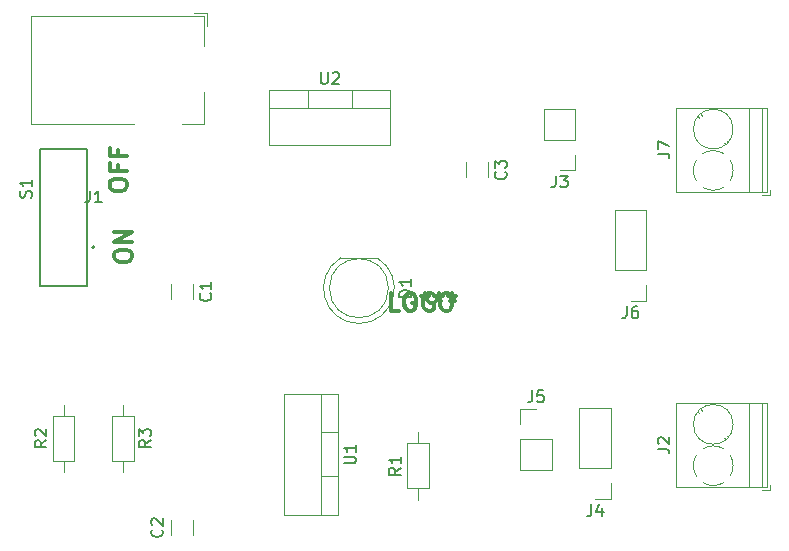
<source format=gto>
%TF.GenerationSoftware,KiCad,Pcbnew,8.0.5*%
%TF.CreationDate,2024-10-17T22:46:51+07:00*%
%TF.ProjectId,beginer,62656769-6e65-4722-9e6b-696361645f70,1.0.0*%
%TF.SameCoordinates,Original*%
%TF.FileFunction,Legend,Top*%
%TF.FilePolarity,Positive*%
%FSLAX46Y46*%
G04 Gerber Fmt 4.6, Leading zero omitted, Abs format (unit mm)*
G04 Created by KiCad (PCBNEW 8.0.5) date 2024-10-17 22:46:51*
%MOMM*%
%LPD*%
G01*
G04 APERTURE LIST*
%ADD10C,0.300000*%
%ADD11C,0.150000*%
%ADD12C,0.120000*%
%ADD13C,0.127000*%
%ADD14C,0.200000*%
G04 APERTURE END LIST*
D10*
X104300828Y-86159774D02*
X104300828Y-85874060D01*
X104300828Y-85874060D02*
X104372257Y-85731203D01*
X104372257Y-85731203D02*
X104515114Y-85588346D01*
X104515114Y-85588346D02*
X104800828Y-85516917D01*
X104800828Y-85516917D02*
X105300828Y-85516917D01*
X105300828Y-85516917D02*
X105586542Y-85588346D01*
X105586542Y-85588346D02*
X105729400Y-85731203D01*
X105729400Y-85731203D02*
X105800828Y-85874060D01*
X105800828Y-85874060D02*
X105800828Y-86159774D01*
X105800828Y-86159774D02*
X105729400Y-86302632D01*
X105729400Y-86302632D02*
X105586542Y-86445489D01*
X105586542Y-86445489D02*
X105300828Y-86516917D01*
X105300828Y-86516917D02*
X104800828Y-86516917D01*
X104800828Y-86516917D02*
X104515114Y-86445489D01*
X104515114Y-86445489D02*
X104372257Y-86302632D01*
X104372257Y-86302632D02*
X104300828Y-86159774D01*
X105800828Y-84874060D02*
X104300828Y-84874060D01*
X104300828Y-84874060D02*
X105800828Y-84016917D01*
X105800828Y-84016917D02*
X104300828Y-84016917D01*
X103885912Y-80159774D02*
X103885912Y-79874060D01*
X103885912Y-79874060D02*
X103957341Y-79731203D01*
X103957341Y-79731203D02*
X104100198Y-79588346D01*
X104100198Y-79588346D02*
X104385912Y-79516917D01*
X104385912Y-79516917D02*
X104885912Y-79516917D01*
X104885912Y-79516917D02*
X105171626Y-79588346D01*
X105171626Y-79588346D02*
X105314484Y-79731203D01*
X105314484Y-79731203D02*
X105385912Y-79874060D01*
X105385912Y-79874060D02*
X105385912Y-80159774D01*
X105385912Y-80159774D02*
X105314484Y-80302632D01*
X105314484Y-80302632D02*
X105171626Y-80445489D01*
X105171626Y-80445489D02*
X104885912Y-80516917D01*
X104885912Y-80516917D02*
X104385912Y-80516917D01*
X104385912Y-80516917D02*
X104100198Y-80445489D01*
X104100198Y-80445489D02*
X103957341Y-80302632D01*
X103957341Y-80302632D02*
X103885912Y-80159774D01*
X104600198Y-78374060D02*
X104600198Y-78874060D01*
X105385912Y-78874060D02*
X103885912Y-78874060D01*
X103885912Y-78874060D02*
X103885912Y-78159774D01*
X104600198Y-77088346D02*
X104600198Y-77588346D01*
X105385912Y-77588346D02*
X103885912Y-77588346D01*
X103885912Y-77588346D02*
X103885912Y-76874060D01*
D11*
X123724819Y-103601904D02*
X124534342Y-103601904D01*
X124534342Y-103601904D02*
X124629580Y-103554285D01*
X124629580Y-103554285D02*
X124677200Y-103506666D01*
X124677200Y-103506666D02*
X124724819Y-103411428D01*
X124724819Y-103411428D02*
X124724819Y-103220952D01*
X124724819Y-103220952D02*
X124677200Y-103125714D01*
X124677200Y-103125714D02*
X124629580Y-103078095D01*
X124629580Y-103078095D02*
X124534342Y-103030476D01*
X124534342Y-103030476D02*
X123724819Y-103030476D01*
X124724819Y-102030476D02*
X124724819Y-102601904D01*
X124724819Y-102316190D02*
X123724819Y-102316190D01*
X123724819Y-102316190D02*
X123867676Y-102411428D01*
X123867676Y-102411428D02*
X123962914Y-102506666D01*
X123962914Y-102506666D02*
X124010533Y-102601904D01*
X98534819Y-101656666D02*
X98058628Y-101989999D01*
X98534819Y-102228094D02*
X97534819Y-102228094D01*
X97534819Y-102228094D02*
X97534819Y-101847142D01*
X97534819Y-101847142D02*
X97582438Y-101751904D01*
X97582438Y-101751904D02*
X97630057Y-101704285D01*
X97630057Y-101704285D02*
X97725295Y-101656666D01*
X97725295Y-101656666D02*
X97868152Y-101656666D01*
X97868152Y-101656666D02*
X97963390Y-101704285D01*
X97963390Y-101704285D02*
X98011009Y-101751904D01*
X98011009Y-101751904D02*
X98058628Y-101847142D01*
X98058628Y-101847142D02*
X98058628Y-102228094D01*
X97630057Y-101275713D02*
X97582438Y-101228094D01*
X97582438Y-101228094D02*
X97534819Y-101132856D01*
X97534819Y-101132856D02*
X97534819Y-100894761D01*
X97534819Y-100894761D02*
X97582438Y-100799523D01*
X97582438Y-100799523D02*
X97630057Y-100751904D01*
X97630057Y-100751904D02*
X97725295Y-100704285D01*
X97725295Y-100704285D02*
X97820533Y-100704285D01*
X97820533Y-100704285D02*
X97963390Y-100751904D01*
X97963390Y-100751904D02*
X98534819Y-101323332D01*
X98534819Y-101323332D02*
X98534819Y-100704285D01*
X97232200Y-81101904D02*
X97279819Y-80959047D01*
X97279819Y-80959047D02*
X97279819Y-80720952D01*
X97279819Y-80720952D02*
X97232200Y-80625714D01*
X97232200Y-80625714D02*
X97184580Y-80578095D01*
X97184580Y-80578095D02*
X97089342Y-80530476D01*
X97089342Y-80530476D02*
X96994104Y-80530476D01*
X96994104Y-80530476D02*
X96898866Y-80578095D01*
X96898866Y-80578095D02*
X96851247Y-80625714D01*
X96851247Y-80625714D02*
X96803628Y-80720952D01*
X96803628Y-80720952D02*
X96756009Y-80911428D01*
X96756009Y-80911428D02*
X96708390Y-81006666D01*
X96708390Y-81006666D02*
X96660771Y-81054285D01*
X96660771Y-81054285D02*
X96565533Y-81101904D01*
X96565533Y-81101904D02*
X96470295Y-81101904D01*
X96470295Y-81101904D02*
X96375057Y-81054285D01*
X96375057Y-81054285D02*
X96327438Y-81006666D01*
X96327438Y-81006666D02*
X96279819Y-80911428D01*
X96279819Y-80911428D02*
X96279819Y-80673333D01*
X96279819Y-80673333D02*
X96327438Y-80530476D01*
X97279819Y-79578095D02*
X97279819Y-80149523D01*
X97279819Y-79863809D02*
X96279819Y-79863809D01*
X96279819Y-79863809D02*
X96422676Y-79959047D01*
X96422676Y-79959047D02*
X96517914Y-80054285D01*
X96517914Y-80054285D02*
X96565533Y-80149523D01*
X141666666Y-79244819D02*
X141666666Y-79959104D01*
X141666666Y-79959104D02*
X141619047Y-80101961D01*
X141619047Y-80101961D02*
X141523809Y-80197200D01*
X141523809Y-80197200D02*
X141380952Y-80244819D01*
X141380952Y-80244819D02*
X141285714Y-80244819D01*
X142047619Y-79244819D02*
X142666666Y-79244819D01*
X142666666Y-79244819D02*
X142333333Y-79625771D01*
X142333333Y-79625771D02*
X142476190Y-79625771D01*
X142476190Y-79625771D02*
X142571428Y-79673390D01*
X142571428Y-79673390D02*
X142619047Y-79721009D01*
X142619047Y-79721009D02*
X142666666Y-79816247D01*
X142666666Y-79816247D02*
X142666666Y-80054342D01*
X142666666Y-80054342D02*
X142619047Y-80149580D01*
X142619047Y-80149580D02*
X142571428Y-80197200D01*
X142571428Y-80197200D02*
X142476190Y-80244819D01*
X142476190Y-80244819D02*
X142190476Y-80244819D01*
X142190476Y-80244819D02*
X142095238Y-80197200D01*
X142095238Y-80197200D02*
X142047619Y-80149580D01*
X128534819Y-103976666D02*
X128058628Y-104309999D01*
X128534819Y-104548094D02*
X127534819Y-104548094D01*
X127534819Y-104548094D02*
X127534819Y-104167142D01*
X127534819Y-104167142D02*
X127582438Y-104071904D01*
X127582438Y-104071904D02*
X127630057Y-104024285D01*
X127630057Y-104024285D02*
X127725295Y-103976666D01*
X127725295Y-103976666D02*
X127868152Y-103976666D01*
X127868152Y-103976666D02*
X127963390Y-104024285D01*
X127963390Y-104024285D02*
X128011009Y-104071904D01*
X128011009Y-104071904D02*
X128058628Y-104167142D01*
X128058628Y-104167142D02*
X128058628Y-104548094D01*
X128534819Y-103024285D02*
X128534819Y-103595713D01*
X128534819Y-103309999D02*
X127534819Y-103309999D01*
X127534819Y-103309999D02*
X127677676Y-103405237D01*
X127677676Y-103405237D02*
X127772914Y-103500475D01*
X127772914Y-103500475D02*
X127820533Y-103595713D01*
X121778095Y-70484819D02*
X121778095Y-71294342D01*
X121778095Y-71294342D02*
X121825714Y-71389580D01*
X121825714Y-71389580D02*
X121873333Y-71437200D01*
X121873333Y-71437200D02*
X121968571Y-71484819D01*
X121968571Y-71484819D02*
X122159047Y-71484819D01*
X122159047Y-71484819D02*
X122254285Y-71437200D01*
X122254285Y-71437200D02*
X122301904Y-71389580D01*
X122301904Y-71389580D02*
X122349523Y-71294342D01*
X122349523Y-71294342D02*
X122349523Y-70484819D01*
X122778095Y-70580057D02*
X122825714Y-70532438D01*
X122825714Y-70532438D02*
X122920952Y-70484819D01*
X122920952Y-70484819D02*
X123159047Y-70484819D01*
X123159047Y-70484819D02*
X123254285Y-70532438D01*
X123254285Y-70532438D02*
X123301904Y-70580057D01*
X123301904Y-70580057D02*
X123349523Y-70675295D01*
X123349523Y-70675295D02*
X123349523Y-70770533D01*
X123349523Y-70770533D02*
X123301904Y-70913390D01*
X123301904Y-70913390D02*
X122730476Y-71484819D01*
X122730476Y-71484819D02*
X123349523Y-71484819D01*
X147666666Y-90309819D02*
X147666666Y-91024104D01*
X147666666Y-91024104D02*
X147619047Y-91166961D01*
X147619047Y-91166961D02*
X147523809Y-91262200D01*
X147523809Y-91262200D02*
X147380952Y-91309819D01*
X147380952Y-91309819D02*
X147285714Y-91309819D01*
X148571428Y-90309819D02*
X148380952Y-90309819D01*
X148380952Y-90309819D02*
X148285714Y-90357438D01*
X148285714Y-90357438D02*
X148238095Y-90405057D01*
X148238095Y-90405057D02*
X148142857Y-90547914D01*
X148142857Y-90547914D02*
X148095238Y-90738390D01*
X148095238Y-90738390D02*
X148095238Y-91119342D01*
X148095238Y-91119342D02*
X148142857Y-91214580D01*
X148142857Y-91214580D02*
X148190476Y-91262200D01*
X148190476Y-91262200D02*
X148285714Y-91309819D01*
X148285714Y-91309819D02*
X148476190Y-91309819D01*
X148476190Y-91309819D02*
X148571428Y-91262200D01*
X148571428Y-91262200D02*
X148619047Y-91214580D01*
X148619047Y-91214580D02*
X148666666Y-91119342D01*
X148666666Y-91119342D02*
X148666666Y-90881247D01*
X148666666Y-90881247D02*
X148619047Y-90786009D01*
X148619047Y-90786009D02*
X148571428Y-90738390D01*
X148571428Y-90738390D02*
X148476190Y-90690771D01*
X148476190Y-90690771D02*
X148285714Y-90690771D01*
X148285714Y-90690771D02*
X148190476Y-90738390D01*
X148190476Y-90738390D02*
X148142857Y-90786009D01*
X148142857Y-90786009D02*
X148095238Y-90881247D01*
X112409580Y-89216666D02*
X112457200Y-89264285D01*
X112457200Y-89264285D02*
X112504819Y-89407142D01*
X112504819Y-89407142D02*
X112504819Y-89502380D01*
X112504819Y-89502380D02*
X112457200Y-89645237D01*
X112457200Y-89645237D02*
X112361961Y-89740475D01*
X112361961Y-89740475D02*
X112266723Y-89788094D01*
X112266723Y-89788094D02*
X112076247Y-89835713D01*
X112076247Y-89835713D02*
X111933390Y-89835713D01*
X111933390Y-89835713D02*
X111742914Y-89788094D01*
X111742914Y-89788094D02*
X111647676Y-89740475D01*
X111647676Y-89740475D02*
X111552438Y-89645237D01*
X111552438Y-89645237D02*
X111504819Y-89502380D01*
X111504819Y-89502380D02*
X111504819Y-89407142D01*
X111504819Y-89407142D02*
X111552438Y-89264285D01*
X111552438Y-89264285D02*
X111600057Y-89216666D01*
X112504819Y-88264285D02*
X112504819Y-88835713D01*
X112504819Y-88549999D02*
X111504819Y-88549999D01*
X111504819Y-88549999D02*
X111647676Y-88645237D01*
X111647676Y-88645237D02*
X111742914Y-88740475D01*
X111742914Y-88740475D02*
X111790533Y-88835713D01*
X108309580Y-109216666D02*
X108357200Y-109264285D01*
X108357200Y-109264285D02*
X108404819Y-109407142D01*
X108404819Y-109407142D02*
X108404819Y-109502380D01*
X108404819Y-109502380D02*
X108357200Y-109645237D01*
X108357200Y-109645237D02*
X108261961Y-109740475D01*
X108261961Y-109740475D02*
X108166723Y-109788094D01*
X108166723Y-109788094D02*
X107976247Y-109835713D01*
X107976247Y-109835713D02*
X107833390Y-109835713D01*
X107833390Y-109835713D02*
X107642914Y-109788094D01*
X107642914Y-109788094D02*
X107547676Y-109740475D01*
X107547676Y-109740475D02*
X107452438Y-109645237D01*
X107452438Y-109645237D02*
X107404819Y-109502380D01*
X107404819Y-109502380D02*
X107404819Y-109407142D01*
X107404819Y-109407142D02*
X107452438Y-109264285D01*
X107452438Y-109264285D02*
X107500057Y-109216666D01*
X107500057Y-108835713D02*
X107452438Y-108788094D01*
X107452438Y-108788094D02*
X107404819Y-108692856D01*
X107404819Y-108692856D02*
X107404819Y-108454761D01*
X107404819Y-108454761D02*
X107452438Y-108359523D01*
X107452438Y-108359523D02*
X107500057Y-108311904D01*
X107500057Y-108311904D02*
X107595295Y-108264285D01*
X107595295Y-108264285D02*
X107690533Y-108264285D01*
X107690533Y-108264285D02*
X107833390Y-108311904D01*
X107833390Y-108311904D02*
X108404819Y-108883332D01*
X108404819Y-108883332D02*
X108404819Y-108264285D01*
X139666666Y-97424819D02*
X139666666Y-98139104D01*
X139666666Y-98139104D02*
X139619047Y-98281961D01*
X139619047Y-98281961D02*
X139523809Y-98377200D01*
X139523809Y-98377200D02*
X139380952Y-98424819D01*
X139380952Y-98424819D02*
X139285714Y-98424819D01*
X140619047Y-97424819D02*
X140142857Y-97424819D01*
X140142857Y-97424819D02*
X140095238Y-97901009D01*
X140095238Y-97901009D02*
X140142857Y-97853390D01*
X140142857Y-97853390D02*
X140238095Y-97805771D01*
X140238095Y-97805771D02*
X140476190Y-97805771D01*
X140476190Y-97805771D02*
X140571428Y-97853390D01*
X140571428Y-97853390D02*
X140619047Y-97901009D01*
X140619047Y-97901009D02*
X140666666Y-97996247D01*
X140666666Y-97996247D02*
X140666666Y-98234342D01*
X140666666Y-98234342D02*
X140619047Y-98329580D01*
X140619047Y-98329580D02*
X140571428Y-98377200D01*
X140571428Y-98377200D02*
X140476190Y-98424819D01*
X140476190Y-98424819D02*
X140238095Y-98424819D01*
X140238095Y-98424819D02*
X140142857Y-98377200D01*
X140142857Y-98377200D02*
X140095238Y-98329580D01*
X137409580Y-78916666D02*
X137457200Y-78964285D01*
X137457200Y-78964285D02*
X137504819Y-79107142D01*
X137504819Y-79107142D02*
X137504819Y-79202380D01*
X137504819Y-79202380D02*
X137457200Y-79345237D01*
X137457200Y-79345237D02*
X137361961Y-79440475D01*
X137361961Y-79440475D02*
X137266723Y-79488094D01*
X137266723Y-79488094D02*
X137076247Y-79535713D01*
X137076247Y-79535713D02*
X136933390Y-79535713D01*
X136933390Y-79535713D02*
X136742914Y-79488094D01*
X136742914Y-79488094D02*
X136647676Y-79440475D01*
X136647676Y-79440475D02*
X136552438Y-79345237D01*
X136552438Y-79345237D02*
X136504819Y-79202380D01*
X136504819Y-79202380D02*
X136504819Y-79107142D01*
X136504819Y-79107142D02*
X136552438Y-78964285D01*
X136552438Y-78964285D02*
X136600057Y-78916666D01*
X136504819Y-78583332D02*
X136504819Y-77964285D01*
X136504819Y-77964285D02*
X136885771Y-78297618D01*
X136885771Y-78297618D02*
X136885771Y-78154761D01*
X136885771Y-78154761D02*
X136933390Y-78059523D01*
X136933390Y-78059523D02*
X136981009Y-78011904D01*
X136981009Y-78011904D02*
X137076247Y-77964285D01*
X137076247Y-77964285D02*
X137314342Y-77964285D01*
X137314342Y-77964285D02*
X137409580Y-78011904D01*
X137409580Y-78011904D02*
X137457200Y-78059523D01*
X137457200Y-78059523D02*
X137504819Y-78154761D01*
X137504819Y-78154761D02*
X137504819Y-78440475D01*
X137504819Y-78440475D02*
X137457200Y-78535713D01*
X137457200Y-78535713D02*
X137409580Y-78583332D01*
X107374819Y-101656666D02*
X106898628Y-101989999D01*
X107374819Y-102228094D02*
X106374819Y-102228094D01*
X106374819Y-102228094D02*
X106374819Y-101847142D01*
X106374819Y-101847142D02*
X106422438Y-101751904D01*
X106422438Y-101751904D02*
X106470057Y-101704285D01*
X106470057Y-101704285D02*
X106565295Y-101656666D01*
X106565295Y-101656666D02*
X106708152Y-101656666D01*
X106708152Y-101656666D02*
X106803390Y-101704285D01*
X106803390Y-101704285D02*
X106851009Y-101751904D01*
X106851009Y-101751904D02*
X106898628Y-101847142D01*
X106898628Y-101847142D02*
X106898628Y-102228094D01*
X106374819Y-101323332D02*
X106374819Y-100704285D01*
X106374819Y-100704285D02*
X106755771Y-101037618D01*
X106755771Y-101037618D02*
X106755771Y-100894761D01*
X106755771Y-100894761D02*
X106803390Y-100799523D01*
X106803390Y-100799523D02*
X106851009Y-100751904D01*
X106851009Y-100751904D02*
X106946247Y-100704285D01*
X106946247Y-100704285D02*
X107184342Y-100704285D01*
X107184342Y-100704285D02*
X107279580Y-100751904D01*
X107279580Y-100751904D02*
X107327200Y-100799523D01*
X107327200Y-100799523D02*
X107374819Y-100894761D01*
X107374819Y-100894761D02*
X107374819Y-101180475D01*
X107374819Y-101180475D02*
X107327200Y-101275713D01*
X107327200Y-101275713D02*
X107279580Y-101323332D01*
X129414819Y-89508094D02*
X128414819Y-89508094D01*
X128414819Y-89508094D02*
X128414819Y-89269999D01*
X128414819Y-89269999D02*
X128462438Y-89127142D01*
X128462438Y-89127142D02*
X128557676Y-89031904D01*
X128557676Y-89031904D02*
X128652914Y-88984285D01*
X128652914Y-88984285D02*
X128843390Y-88936666D01*
X128843390Y-88936666D02*
X128986247Y-88936666D01*
X128986247Y-88936666D02*
X129176723Y-88984285D01*
X129176723Y-88984285D02*
X129271961Y-89031904D01*
X129271961Y-89031904D02*
X129367200Y-89127142D01*
X129367200Y-89127142D02*
X129414819Y-89269999D01*
X129414819Y-89269999D02*
X129414819Y-89508094D01*
X129414819Y-87984285D02*
X129414819Y-88555713D01*
X129414819Y-88269999D02*
X128414819Y-88269999D01*
X128414819Y-88269999D02*
X128557676Y-88365237D01*
X128557676Y-88365237D02*
X128652914Y-88460475D01*
X128652914Y-88460475D02*
X128700533Y-88555713D01*
X144666666Y-107084819D02*
X144666666Y-107799104D01*
X144666666Y-107799104D02*
X144619047Y-107941961D01*
X144619047Y-107941961D02*
X144523809Y-108037200D01*
X144523809Y-108037200D02*
X144380952Y-108084819D01*
X144380952Y-108084819D02*
X144285714Y-108084819D01*
X145571428Y-107418152D02*
X145571428Y-108084819D01*
X145333333Y-107037200D02*
X145095238Y-107751485D01*
X145095238Y-107751485D02*
X145714285Y-107751485D01*
X150294819Y-77383333D02*
X151009104Y-77383333D01*
X151009104Y-77383333D02*
X151151961Y-77430952D01*
X151151961Y-77430952D02*
X151247200Y-77526190D01*
X151247200Y-77526190D02*
X151294819Y-77669047D01*
X151294819Y-77669047D02*
X151294819Y-77764285D01*
X150294819Y-77002380D02*
X150294819Y-76335714D01*
X150294819Y-76335714D02*
X151294819Y-76764285D01*
X102216666Y-80504819D02*
X102216666Y-81219104D01*
X102216666Y-81219104D02*
X102169047Y-81361961D01*
X102169047Y-81361961D02*
X102073809Y-81457200D01*
X102073809Y-81457200D02*
X101930952Y-81504819D01*
X101930952Y-81504819D02*
X101835714Y-81504819D01*
X103216666Y-81504819D02*
X102645238Y-81504819D01*
X102930952Y-81504819D02*
X102930952Y-80504819D01*
X102930952Y-80504819D02*
X102835714Y-80647676D01*
X102835714Y-80647676D02*
X102740476Y-80742914D01*
X102740476Y-80742914D02*
X102645238Y-80790533D01*
X150294819Y-102383333D02*
X151009104Y-102383333D01*
X151009104Y-102383333D02*
X151151961Y-102430952D01*
X151151961Y-102430952D02*
X151247200Y-102526190D01*
X151247200Y-102526190D02*
X151294819Y-102669047D01*
X151294819Y-102669047D02*
X151294819Y-102764285D01*
X150390057Y-101954761D02*
X150342438Y-101907142D01*
X150342438Y-101907142D02*
X150294819Y-101811904D01*
X150294819Y-101811904D02*
X150294819Y-101573809D01*
X150294819Y-101573809D02*
X150342438Y-101478571D01*
X150342438Y-101478571D02*
X150390057Y-101430952D01*
X150390057Y-101430952D02*
X150485295Y-101383333D01*
X150485295Y-101383333D02*
X150580533Y-101383333D01*
X150580533Y-101383333D02*
X150723390Y-101430952D01*
X150723390Y-101430952D02*
X151294819Y-102002380D01*
X151294819Y-102002380D02*
X151294819Y-101383333D01*
D10*
X129678572Y-89249757D02*
X129535715Y-89178328D01*
X129535715Y-89178328D02*
X129321429Y-89178328D01*
X129321429Y-89178328D02*
X129107143Y-89249757D01*
X129107143Y-89249757D02*
X128964286Y-89392614D01*
X128964286Y-89392614D02*
X128892857Y-89535471D01*
X128892857Y-89535471D02*
X128821429Y-89821185D01*
X128821429Y-89821185D02*
X128821429Y-90035471D01*
X128821429Y-90035471D02*
X128892857Y-90321185D01*
X128892857Y-90321185D02*
X128964286Y-90464042D01*
X128964286Y-90464042D02*
X129107143Y-90606900D01*
X129107143Y-90606900D02*
X129321429Y-90678328D01*
X129321429Y-90678328D02*
X129464286Y-90678328D01*
X129464286Y-90678328D02*
X129678572Y-90606900D01*
X129678572Y-90606900D02*
X129750000Y-90535471D01*
X129750000Y-90535471D02*
X129750000Y-90035471D01*
X129750000Y-90035471D02*
X129464286Y-90035471D01*
X130607143Y-89178328D02*
X130607143Y-89535471D01*
X130250000Y-89392614D02*
X130607143Y-89535471D01*
X130607143Y-89535471D02*
X130964286Y-89392614D01*
X130392857Y-89821185D02*
X130607143Y-89535471D01*
X130607143Y-89535471D02*
X130821429Y-89821185D01*
X131750000Y-89178328D02*
X131750000Y-89535471D01*
X131392857Y-89392614D02*
X131750000Y-89535471D01*
X131750000Y-89535471D02*
X132107143Y-89392614D01*
X131535714Y-89821185D02*
X131750000Y-89535471D01*
X131750000Y-89535471D02*
X131964286Y-89821185D01*
X132892857Y-89178328D02*
X132892857Y-89535471D01*
X132535714Y-89392614D02*
X132892857Y-89535471D01*
X132892857Y-89535471D02*
X133250000Y-89392614D01*
X132678571Y-89821185D02*
X132892857Y-89535471D01*
X132892857Y-89535471D02*
X133107143Y-89821185D01*
X128392856Y-90678328D02*
X127678570Y-90678328D01*
X127678570Y-90678328D02*
X127678570Y-89178328D01*
X129178571Y-89178328D02*
X129464285Y-89178328D01*
X129464285Y-89178328D02*
X129607142Y-89249757D01*
X129607142Y-89249757D02*
X129749999Y-89392614D01*
X129749999Y-89392614D02*
X129821428Y-89678328D01*
X129821428Y-89678328D02*
X129821428Y-90178328D01*
X129821428Y-90178328D02*
X129749999Y-90464042D01*
X129749999Y-90464042D02*
X129607142Y-90606900D01*
X129607142Y-90606900D02*
X129464285Y-90678328D01*
X129464285Y-90678328D02*
X129178571Y-90678328D01*
X129178571Y-90678328D02*
X129035714Y-90606900D01*
X129035714Y-90606900D02*
X128892856Y-90464042D01*
X128892856Y-90464042D02*
X128821428Y-90178328D01*
X128821428Y-90178328D02*
X128821428Y-89678328D01*
X128821428Y-89678328D02*
X128892856Y-89392614D01*
X128892856Y-89392614D02*
X129035714Y-89249757D01*
X129035714Y-89249757D02*
X129178571Y-89178328D01*
X131250000Y-89249757D02*
X131107143Y-89178328D01*
X131107143Y-89178328D02*
X130892857Y-89178328D01*
X130892857Y-89178328D02*
X130678571Y-89249757D01*
X130678571Y-89249757D02*
X130535714Y-89392614D01*
X130535714Y-89392614D02*
X130464285Y-89535471D01*
X130464285Y-89535471D02*
X130392857Y-89821185D01*
X130392857Y-89821185D02*
X130392857Y-90035471D01*
X130392857Y-90035471D02*
X130464285Y-90321185D01*
X130464285Y-90321185D02*
X130535714Y-90464042D01*
X130535714Y-90464042D02*
X130678571Y-90606900D01*
X130678571Y-90606900D02*
X130892857Y-90678328D01*
X130892857Y-90678328D02*
X131035714Y-90678328D01*
X131035714Y-90678328D02*
X131250000Y-90606900D01*
X131250000Y-90606900D02*
X131321428Y-90535471D01*
X131321428Y-90535471D02*
X131321428Y-90035471D01*
X131321428Y-90035471D02*
X131035714Y-90035471D01*
X132250000Y-89178328D02*
X132535714Y-89178328D01*
X132535714Y-89178328D02*
X132678571Y-89249757D01*
X132678571Y-89249757D02*
X132821428Y-89392614D01*
X132821428Y-89392614D02*
X132892857Y-89678328D01*
X132892857Y-89678328D02*
X132892857Y-90178328D01*
X132892857Y-90178328D02*
X132821428Y-90464042D01*
X132821428Y-90464042D02*
X132678571Y-90606900D01*
X132678571Y-90606900D02*
X132535714Y-90678328D01*
X132535714Y-90678328D02*
X132250000Y-90678328D01*
X132250000Y-90678328D02*
X132107143Y-90606900D01*
X132107143Y-90606900D02*
X131964285Y-90464042D01*
X131964285Y-90464042D02*
X131892857Y-90178328D01*
X131892857Y-90178328D02*
X131892857Y-89678328D01*
X131892857Y-89678328D02*
X131964285Y-89392614D01*
X131964285Y-89392614D02*
X132107143Y-89249757D01*
X132107143Y-89249757D02*
X132250000Y-89178328D01*
D12*
%TO.C,U1*%
X118629000Y-97720000D02*
X118629000Y-107960000D01*
X121760000Y-97720000D02*
X121760000Y-107960000D01*
X123270000Y-97720000D02*
X118629000Y-97720000D01*
X123270000Y-97720000D02*
X123270000Y-107960000D01*
X123270000Y-100990000D02*
X121760000Y-100990000D01*
X123270000Y-104691000D02*
X121760000Y-104691000D01*
X123270000Y-107960000D02*
X118629000Y-107960000D01*
%TO.C,R2*%
X99080000Y-99570000D02*
X99080000Y-103410000D01*
X99080000Y-103410000D02*
X100920000Y-103410000D01*
X100000000Y-98620000D02*
X100000000Y-99570000D01*
X100000000Y-104360000D02*
X100000000Y-103410000D01*
X100920000Y-99570000D02*
X99080000Y-99570000D01*
X100920000Y-103410000D02*
X100920000Y-99570000D01*
D13*
%TO.C,S1*%
X98000000Y-77000000D02*
X102000000Y-77000000D01*
X98000000Y-88600000D02*
X98000000Y-77000000D01*
X102000000Y-77000000D02*
X102000000Y-88600000D01*
X102000000Y-88600000D02*
X98000000Y-88600000D01*
D14*
X102600000Y-85300000D02*
G75*
G02*
X102400000Y-85300000I-100000J0D01*
G01*
X102400000Y-85300000D02*
G75*
G02*
X102600000Y-85300000I100000J0D01*
G01*
D12*
%TO.C,J3*%
X140670000Y-76190000D02*
X140670000Y-73590000D01*
X143330000Y-73590000D02*
X140670000Y-73590000D01*
X143330000Y-76190000D02*
X140670000Y-76190000D01*
X143330000Y-76190000D02*
X143330000Y-73590000D01*
X143330000Y-77460000D02*
X143330000Y-78790000D01*
X143330000Y-78790000D02*
X142000000Y-78790000D01*
%TO.C,R1*%
X129080000Y-101890000D02*
X129080000Y-105730000D01*
X129080000Y-105730000D02*
X130920000Y-105730000D01*
X130000000Y-100940000D02*
X130000000Y-101890000D01*
X130000000Y-106680000D02*
X130000000Y-105730000D01*
X130920000Y-101890000D02*
X129080000Y-101890000D01*
X130920000Y-105730000D02*
X130920000Y-101890000D01*
%TO.C,U2*%
X117420000Y-72030000D02*
X117420000Y-76671000D01*
X117420000Y-72030000D02*
X127660000Y-72030000D01*
X117420000Y-73540000D02*
X127660000Y-73540000D01*
X117420000Y-76671000D02*
X127660000Y-76671000D01*
X120690000Y-72030000D02*
X120690000Y-73540000D01*
X124391000Y-72030000D02*
X124391000Y-73540000D01*
X127660000Y-72030000D02*
X127660000Y-76671000D01*
%TO.C,J6*%
X146670000Y-87255000D02*
X146670000Y-82115000D01*
X149330000Y-82115000D02*
X146670000Y-82115000D01*
X149330000Y-87255000D02*
X146670000Y-87255000D01*
X149330000Y-87255000D02*
X149330000Y-82115000D01*
X149330000Y-88525000D02*
X149330000Y-89855000D01*
X149330000Y-89855000D02*
X148000000Y-89855000D01*
%TO.C,C1*%
X109080000Y-88421000D02*
X109080000Y-89679000D01*
X110920000Y-88421000D02*
X110920000Y-89679000D01*
%TO.C,C2*%
X109080000Y-109679000D02*
X109080000Y-108421000D01*
X110920000Y-109679000D02*
X110920000Y-108421000D01*
%TO.C,J5*%
X138670000Y-98970000D02*
X140000000Y-98970000D01*
X138670000Y-100300000D02*
X138670000Y-98970000D01*
X138670000Y-101570000D02*
X138670000Y-104170000D01*
X138670000Y-101570000D02*
X141330000Y-101570000D01*
X138670000Y-104170000D02*
X141330000Y-104170000D01*
X141330000Y-101570000D02*
X141330000Y-104170000D01*
%TO.C,C3*%
X134080000Y-78121000D02*
X134080000Y-79379000D01*
X135920000Y-78121000D02*
X135920000Y-79379000D01*
%TO.C,R3*%
X104080000Y-99570000D02*
X104080000Y-103410000D01*
X104080000Y-103410000D02*
X105920000Y-103410000D01*
X105000000Y-98620000D02*
X105000000Y-99570000D01*
X105000000Y-104360000D02*
X105000000Y-103410000D01*
X105920000Y-99570000D02*
X104080000Y-99570000D01*
X105920000Y-103410000D02*
X105920000Y-99570000D01*
%TO.C,D1*%
X126545000Y-86210000D02*
X123455000Y-86210000D01*
X125000462Y-91760000D02*
G75*
G02*
X123455170Y-86210000I-462J2990000D01*
G01*
X126544830Y-86210000D02*
G75*
G02*
X124999538Y-91760000I-1544830J-2560000D01*
G01*
X127500000Y-88770000D02*
G75*
G02*
X122500000Y-88770000I-2500000J0D01*
G01*
X122500000Y-88770000D02*
G75*
G02*
X127500000Y-88770000I2500000J0D01*
G01*
%TO.C,J4*%
X143670000Y-104030000D02*
X143670000Y-98890000D01*
X146330000Y-98890000D02*
X143670000Y-98890000D01*
X146330000Y-104030000D02*
X143670000Y-104030000D01*
X146330000Y-104030000D02*
X146330000Y-98890000D01*
X146330000Y-105300000D02*
X146330000Y-106630000D01*
X146330000Y-106630000D02*
X145000000Y-106630000D01*
%TO.C,J7*%
X151840000Y-73490000D02*
X159560000Y-73490000D01*
X151840000Y-80610000D02*
X151840000Y-73490000D01*
X151840000Y-80610000D02*
X159560000Y-80610000D01*
X153725000Y-74230000D02*
X153819000Y-74324000D01*
X153931000Y-74025000D02*
X154059000Y-74154000D01*
X155941000Y-76445000D02*
X156069000Y-76574000D01*
X156181000Y-76275000D02*
X156274000Y-76369000D01*
X158000000Y-80610000D02*
X158000000Y-73490000D01*
X159100000Y-80610000D02*
X159100000Y-73490000D01*
X159160000Y-80850000D02*
X159800000Y-80850000D01*
X159560000Y-80610000D02*
X159560000Y-73490000D01*
X159800000Y-80850000D02*
X159800000Y-80450000D01*
X153574642Y-79689894D02*
G75*
G02*
X153560000Y-77934000I1425356J889894D01*
G01*
X154109807Y-77374496D02*
G75*
G02*
X155891000Y-77375000I890193J-1425507D01*
G01*
X155889894Y-80225358D02*
G75*
G02*
X154134000Y-80240000I-889894J1425356D01*
G01*
X156424721Y-77909736D02*
G75*
G02*
X156680000Y-78800000I-1424711J-890261D01*
G01*
X156680099Y-78771326D02*
G75*
G02*
X156440000Y-79666000I-1680113J-28671D01*
G01*
X156680000Y-75300000D02*
G75*
G02*
X153320000Y-75300000I-1680000J0D01*
G01*
X153320000Y-75300000D02*
G75*
G02*
X156680000Y-75300000I1680000J0D01*
G01*
%TO.C,J1*%
X97200000Y-65700000D02*
X111900000Y-65700000D01*
X97200000Y-74900000D02*
X97200000Y-65700000D01*
X106000000Y-74900000D02*
X97200000Y-74900000D01*
X111050000Y-65500000D02*
X112100000Y-65500000D01*
X111900000Y-65700000D02*
X111900000Y-68300000D01*
X111900000Y-72200000D02*
X111900000Y-74900000D01*
X111900000Y-74900000D02*
X110000000Y-74900000D01*
X112100000Y-66550000D02*
X112100000Y-65500000D01*
%TO.C,J2*%
X151840000Y-98490000D02*
X159560000Y-98490000D01*
X151840000Y-105610000D02*
X151840000Y-98490000D01*
X151840000Y-105610000D02*
X159560000Y-105610000D01*
X153725000Y-99230000D02*
X153819000Y-99324000D01*
X153931000Y-99025000D02*
X154059000Y-99154000D01*
X155941000Y-101445000D02*
X156069000Y-101574000D01*
X156181000Y-101275000D02*
X156274000Y-101369000D01*
X158000000Y-105610000D02*
X158000000Y-98490000D01*
X159100000Y-105610000D02*
X159100000Y-98490000D01*
X159160000Y-105850000D02*
X159800000Y-105850000D01*
X159560000Y-105610000D02*
X159560000Y-98490000D01*
X159800000Y-105850000D02*
X159800000Y-105450000D01*
X153574642Y-104689894D02*
G75*
G02*
X153560000Y-102934000I1425356J889894D01*
G01*
X154109807Y-102374496D02*
G75*
G02*
X155891000Y-102375000I890193J-1425507D01*
G01*
X155889894Y-105225358D02*
G75*
G02*
X154134000Y-105240000I-889894J1425356D01*
G01*
X156424721Y-102909736D02*
G75*
G02*
X156680000Y-103800000I-1424711J-890261D01*
G01*
X156680099Y-103771326D02*
G75*
G02*
X156440000Y-104666000I-1680113J-28671D01*
G01*
X156680000Y-100300000D02*
G75*
G02*
X153320000Y-100300000I-1680000J0D01*
G01*
X153320000Y-100300000D02*
G75*
G02*
X156680000Y-100300000I1680000J0D01*
G01*
%TD*%
M02*

</source>
